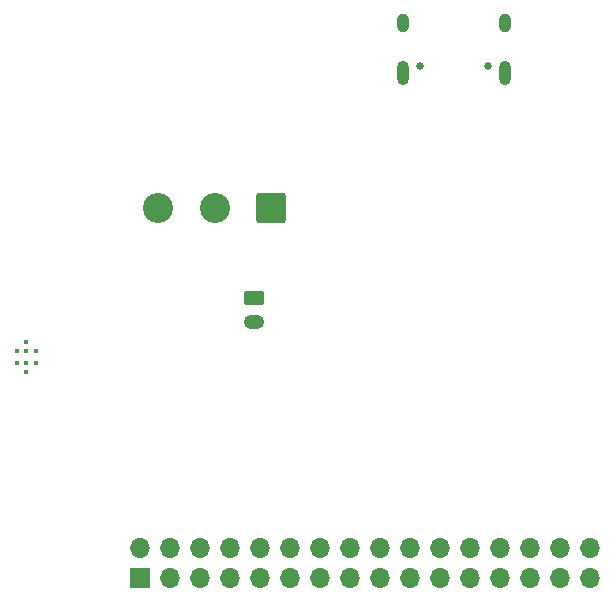
<source format=gbr>
%TF.GenerationSoftware,KiCad,Pcbnew,9.0.0*%
%TF.CreationDate,2025-04-10T10:58:41+02:00*%
%TF.ProjectId,Micro-Mouse Power Subsystem,4d696372-6f2d-44d6-9f75-736520506f77,rev?*%
%TF.SameCoordinates,Original*%
%TF.FileFunction,Soldermask,Bot*%
%TF.FilePolarity,Negative*%
%FSLAX46Y46*%
G04 Gerber Fmt 4.6, Leading zero omitted, Abs format (unit mm)*
G04 Created by KiCad (PCBNEW 9.0.0) date 2025-04-10 10:58:41*
%MOMM*%
%LPD*%
G01*
G04 APERTURE LIST*
G04 Aperture macros list*
%AMRoundRect*
0 Rectangle with rounded corners*
0 $1 Rounding radius*
0 $2 $3 $4 $5 $6 $7 $8 $9 X,Y pos of 4 corners*
0 Add a 4 corners polygon primitive as box body*
4,1,4,$2,$3,$4,$5,$6,$7,$8,$9,$2,$3,0*
0 Add four circle primitives for the rounded corners*
1,1,$1+$1,$2,$3*
1,1,$1+$1,$4,$5*
1,1,$1+$1,$6,$7*
1,1,$1+$1,$8,$9*
0 Add four rect primitives between the rounded corners*
20,1,$1+$1,$2,$3,$4,$5,0*
20,1,$1+$1,$4,$5,$6,$7,0*
20,1,$1+$1,$6,$7,$8,$9,0*
20,1,$1+$1,$8,$9,$2,$3,0*%
G04 Aperture macros list end*
%ADD10C,0.450000*%
%ADD11R,1.700000X1.700000*%
%ADD12O,1.700000X1.700000*%
%ADD13RoundRect,0.250000X-0.625000X0.350000X-0.625000X-0.350000X0.625000X-0.350000X0.625000X0.350000X0*%
%ADD14O,1.750000X1.200000*%
%ADD15C,0.650000*%
%ADD16O,1.000000X2.100000*%
%ADD17O,1.000000X1.600000*%
%ADD18RoundRect,0.249999X1.025001X1.025001X-1.025001X1.025001X-1.025001X-1.025001X1.025001X-1.025001X0*%
%ADD19C,2.550000*%
G04 APERTURE END LIST*
D10*
%TO.C,U3*%
X108934300Y-109453000D03*
X109709300Y-108703000D03*
X108934300Y-108703000D03*
X108159300Y-108703000D03*
X109709300Y-107653000D03*
X108934300Y-107653000D03*
X108159300Y-107653000D03*
X108934300Y-106903000D03*
%TD*%
D11*
%TO.C,J1*%
X118529300Y-126843000D03*
D12*
X118529300Y-124303000D03*
X121069300Y-126843000D03*
X121069300Y-124303000D03*
X123609300Y-126843000D03*
X123609300Y-124303000D03*
X126149300Y-126843000D03*
X126149300Y-124303000D03*
X128689300Y-126843000D03*
X128689300Y-124303000D03*
X131229300Y-126843000D03*
X131229300Y-124303000D03*
X133769300Y-126843000D03*
X133769300Y-124303000D03*
X136309300Y-126843000D03*
X136309300Y-124303000D03*
X138849300Y-126843000D03*
X138849300Y-124303000D03*
X141389300Y-126843000D03*
X141389300Y-124303000D03*
X143929300Y-126843000D03*
X143929300Y-124303000D03*
X146469300Y-126843000D03*
X146469300Y-124303000D03*
X149009300Y-126843000D03*
X149009300Y-124303000D03*
X151549300Y-126843000D03*
X151549300Y-124303000D03*
X154089300Y-126843000D03*
X154089300Y-124303000D03*
X156629300Y-126843000D03*
X156629300Y-124303000D03*
%TD*%
D13*
%TO.C,J2*%
X128209300Y-103203000D03*
D14*
X128209300Y-105203000D03*
%TD*%
D15*
%TO.C,J3*%
X147999300Y-83553000D03*
X142219300Y-83553000D03*
D16*
X149429300Y-84083000D03*
D17*
X149429300Y-79903000D03*
D16*
X140789300Y-84083000D03*
D17*
X140789300Y-79903000D03*
%TD*%
D18*
%TO.C,SW1*%
X129671800Y-95573000D03*
D19*
X124871800Y-95573000D03*
X120071800Y-95573000D03*
%TD*%
M02*

</source>
